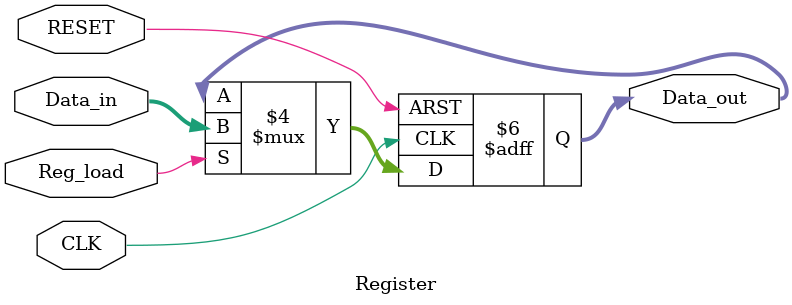
<source format=v>
`timescale 1ns / 1ps
module Register(
	input [7:0] Data_in,
   input CLK,
   input RESET,
   input Reg_load,
   output reg [7:0] Data_out
    );
	 always @(posedge CLK or negedge RESET) begin
		if(RESET == 0)
			Data_out <= 0;
		else if(Reg_load == 1)
			Data_out <= Data_in;
	 end
endmodule

</source>
